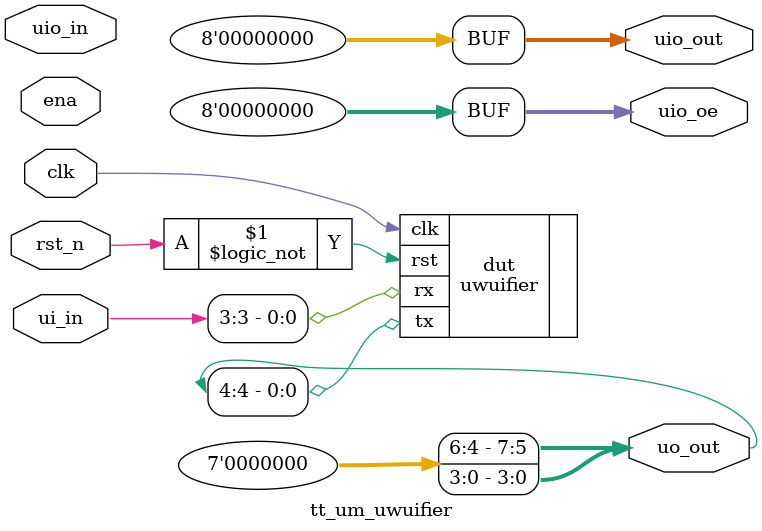
<source format=sv>
`default_nettype none

module tt_um_uwuifier (
    input  wire [7:0] ui_in,    // Dedicated inputs - connected to the input switches
    output wire [7:0] uo_out,   // Dedicated outputs - connected to the 7 segment display
    input  wire [7:0] uio_in,   // IOs: Bidirectional Input path
    output wire [7:0] uio_out,  // IOs: Bidirectional Output path
    output wire [7:0] uio_oe,   // IOs: Bidirectional Enable path (active high: 0=input, 1=output)
    input  wire       ena,      // will go high when the design is enabled
    input  wire       clk,      // clock
    input  wire       rst_n     // reset_n - low to reset
);

    uwuifier #(
        .CLK_FREQ(6000000),
        .BAUD(115200)
    ) dut (
        .clk(clk),
        .rst(!rst_n),
        .rx(ui_in[3]),
        .tx(uo_out[4])
    );

    assign uo_out[7:5] = '0;
    assign uo_out[3:0] = '0;
    assign uio_oe[7:0] = '0;
    assign uio_out[7:0] = '0;

endmodule

</source>
